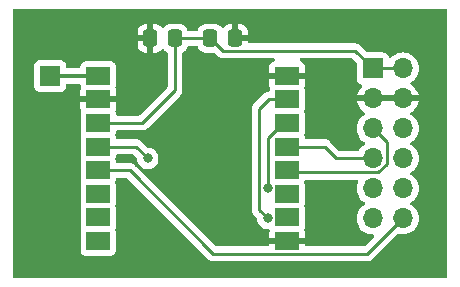
<source format=gbr>
%TF.GenerationSoftware,KiCad,Pcbnew,7.0.1*%
%TF.CreationDate,2023-03-26T17:20:59+02:00*%
%TF.ProjectId,RA01_ANT_PMOD,52413031-5f41-44e5-945f-504d4f442e6b,rev?*%
%TF.SameCoordinates,Original*%
%TF.FileFunction,Copper,L1,Top*%
%TF.FilePolarity,Positive*%
%FSLAX46Y46*%
G04 Gerber Fmt 4.6, Leading zero omitted, Abs format (unit mm)*
G04 Created by KiCad (PCBNEW 7.0.1) date 2023-03-26 17:20:59*
%MOMM*%
%LPD*%
G01*
G04 APERTURE LIST*
G04 Aperture macros list*
%AMRoundRect*
0 Rectangle with rounded corners*
0 $1 Rounding radius*
0 $2 $3 $4 $5 $6 $7 $8 $9 X,Y pos of 4 corners*
0 Add a 4 corners polygon primitive as box body*
4,1,4,$2,$3,$4,$5,$6,$7,$8,$9,$2,$3,0*
0 Add four circle primitives for the rounded corners*
1,1,$1+$1,$2,$3*
1,1,$1+$1,$4,$5*
1,1,$1+$1,$6,$7*
1,1,$1+$1,$8,$9*
0 Add four rect primitives between the rounded corners*
20,1,$1+$1,$2,$3,$4,$5,0*
20,1,$1+$1,$4,$5,$6,$7,0*
20,1,$1+$1,$6,$7,$8,$9,0*
20,1,$1+$1,$8,$9,$2,$3,0*%
G04 Aperture macros list end*
%TA.AperFunction,ComponentPad*%
%ADD10R,1.700000X1.700000*%
%TD*%
%TA.AperFunction,ComponentPad*%
%ADD11O,1.700000X1.700000*%
%TD*%
%TA.AperFunction,SMDPad,CuDef*%
%ADD12RoundRect,0.250000X0.337500X0.475000X-0.337500X0.475000X-0.337500X-0.475000X0.337500X-0.475000X0*%
%TD*%
%TA.AperFunction,SMDPad,CuDef*%
%ADD13R,2.000000X1.500000*%
%TD*%
%TA.AperFunction,SMDPad,CuDef*%
%ADD14RoundRect,0.250000X-0.337500X-0.475000X0.337500X-0.475000X0.337500X0.475000X-0.337500X0.475000X0*%
%TD*%
%TA.AperFunction,ViaPad*%
%ADD15C,0.800000*%
%TD*%
%TA.AperFunction,Conductor*%
%ADD16C,0.250000*%
%TD*%
%TA.AperFunction,Conductor*%
%ADD17C,0.350000*%
%TD*%
G04 APERTURE END LIST*
D10*
%TO.P,J1,1,Pin_1*%
%TO.N,VCC*%
X149860000Y-43180000D03*
D11*
%TO.P,J1,2,Pin_2*%
X152400000Y-43180000D03*
%TO.P,J1,3,Pin_3*%
%TO.N,GND*%
X149860000Y-45720000D03*
%TO.P,J1,4,Pin_4*%
X152400000Y-45720000D03*
%TO.P,J1,5,Pin_5*%
%TO.N,SCK*%
X149860000Y-48260000D03*
%TO.P,J1,6,Pin_6*%
%TO.N,unconnected-(J1-Pin_6-Pad6)*%
X152400000Y-48260000D03*
%TO.P,J1,7,Pin_7*%
%TO.N,MISO*%
X149860000Y-50800000D03*
%TO.P,J1,8,Pin_8*%
%TO.N,unconnected-(J1-Pin_8-Pad8)*%
X152400000Y-50800000D03*
%TO.P,J1,9,Pin_9*%
%TO.N,MOSI*%
X149860000Y-53340000D03*
%TO.P,J1,10,Pin_10*%
%TO.N,nRESET*%
X152400000Y-53340000D03*
%TO.P,J1,11,Pin_11*%
%TO.N,nCS*%
X149860000Y-55880000D03*
%TO.P,J1,12,Pin_12*%
%TO.N,DIO0*%
X152400000Y-55880000D03*
%TD*%
D12*
%TO.P,C1,1*%
%TO.N,VCC*%
X133117500Y-40640000D03*
%TO.P,C1,2*%
%TO.N,GND*%
X131042500Y-40640000D03*
%TD*%
D13*
%TO.P,U1,1,ANT*%
%TO.N,Net-(J2-Pin_1)*%
X126620000Y-43800000D03*
%TO.P,U1,2,GND*%
%TO.N,GND*%
X126620000Y-45800000D03*
%TO.P,U1,3,VDD*%
%TO.N,VCC*%
X126620000Y-47800000D03*
%TO.P,U1,4,~{RESET}*%
%TO.N,nRESET*%
X126620000Y-49800000D03*
%TO.P,U1,5,DIO0*%
%TO.N,DIO0*%
X126620000Y-51800000D03*
%TO.P,U1,6,DIO1*%
%TO.N,unconnected-(U1-DIO1-Pad6)*%
X126620000Y-53800000D03*
%TO.P,U1,7,DIO2*%
%TO.N,unconnected-(U1-DIO2-Pad7)*%
X126620000Y-55800000D03*
%TO.P,U1,8,DIO3*%
%TO.N,unconnected-(U1-DIO3-Pad8)*%
X126620000Y-57800000D03*
%TO.P,U1,9,GND*%
%TO.N,GND*%
X142620000Y-57800000D03*
%TO.P,U1,10,DIO4*%
%TO.N,unconnected-(U1-DIO4-Pad10)*%
X142620000Y-55800000D03*
%TO.P,U1,11,DIO5*%
%TO.N,unconnected-(U1-DIO5-Pad11)*%
X142620000Y-53800000D03*
%TO.P,U1,12,SCK*%
%TO.N,SCK*%
X142620000Y-51800000D03*
%TO.P,U1,13,MISO*%
%TO.N,MISO*%
X142620000Y-49800000D03*
%TO.P,U1,14,MOSI*%
%TO.N,MOSI*%
X142620000Y-47800000D03*
%TO.P,U1,15,~{NSS}*%
%TO.N,nCS*%
X142620000Y-45800000D03*
%TO.P,U1,16,GND*%
%TO.N,GND*%
X142620000Y-43800000D03*
%TD*%
D14*
%TO.P,C2,1*%
%TO.N,VCC*%
X136122500Y-40640000D03*
%TO.P,C2,2*%
%TO.N,GND*%
X138197500Y-40640000D03*
%TD*%
D10*
%TO.P,J2,1,Pin_1*%
%TO.N,Net-(J2-Pin_1)*%
X122555000Y-43815000D03*
%TD*%
D15*
%TO.N,nRESET*%
X130810000Y-50800000D03*
%TO.N,nCS*%
X140970000Y-55880000D03*
%TO.N,MOSI*%
X140970000Y-53340000D03*
%TD*%
D16*
%TO.N,DIO0*%
X149405000Y-58875000D02*
X136345000Y-58875000D01*
X152400000Y-55880000D02*
X149405000Y-58875000D01*
X136345000Y-58875000D02*
X129270000Y-51800000D01*
X129270000Y-51800000D02*
X126620000Y-51800000D01*
%TO.N,nRESET*%
X126620000Y-49800000D02*
X129810000Y-49800000D01*
X129810000Y-49800000D02*
X130810000Y-50800000D01*
%TO.N,nCS*%
X141050000Y-45800000D02*
X140245000Y-46605000D01*
X140970000Y-55880000D02*
X140245000Y-55155000D01*
X141050000Y-45800000D02*
X142620000Y-45800000D01*
X140245000Y-55155000D02*
X140245000Y-47715000D01*
X140245000Y-46605000D02*
X140245000Y-47715000D01*
%TO.N,SCK*%
X142620000Y-51800000D02*
X142795000Y-51975000D01*
X150346701Y-51975000D02*
X151035000Y-51286701D01*
X151035000Y-51286701D02*
X151035000Y-49435000D01*
X142795000Y-51975000D02*
X150346701Y-51975000D01*
X151035000Y-49435000D02*
X149860000Y-48260000D01*
%TO.N,MOSI*%
X140970000Y-49050000D02*
X142220000Y-47800000D01*
X140970000Y-53340000D02*
X140970000Y-49050000D01*
X142220000Y-47800000D02*
X142620000Y-47800000D01*
%TO.N,MISO*%
X145780000Y-49800000D02*
X142620000Y-49800000D01*
X149860000Y-50800000D02*
X147320000Y-50800000D01*
X146780000Y-50800000D02*
X147320000Y-50800000D01*
X145780000Y-49800000D02*
X146780000Y-50800000D01*
%TO.N,VCC*%
X137172500Y-41690000D02*
X142020000Y-41690000D01*
X152400000Y-43180000D02*
X149860000Y-43180000D01*
X133117500Y-40640000D02*
X133117500Y-45032500D01*
X133117500Y-40640000D02*
X136122500Y-40640000D01*
X148370000Y-41690000D02*
X142020000Y-41690000D01*
X136122500Y-40640000D02*
X137172500Y-41690000D01*
X149860000Y-43180000D02*
X148370000Y-41690000D01*
X126620000Y-47800000D02*
X130350000Y-47800000D01*
X130350000Y-47800000D02*
X132890000Y-45260000D01*
X126620000Y-47800000D02*
X126870000Y-47800000D01*
X133350000Y-40872500D02*
X133117500Y-40640000D01*
X133117500Y-45032500D02*
X132890000Y-45260000D01*
%TO.N,Net-(J2-Pin_1)*%
X122570000Y-43800000D02*
X122555000Y-43815000D01*
D17*
X126620000Y-43800000D02*
X122570000Y-43800000D01*
%TD*%
%TA.AperFunction,Conductor*%
%TO.N,GND*%
G36*
X156121500Y-38142381D02*
G01*
X156167619Y-38188500D01*
X156184500Y-38251500D01*
X156184500Y-60808500D01*
X156167619Y-60871500D01*
X156121500Y-60917619D01*
X156058500Y-60934500D01*
X119531500Y-60934500D01*
X119468500Y-60917619D01*
X119422381Y-60871500D01*
X119405500Y-60808500D01*
X119405500Y-46598589D01*
X125112000Y-46598589D01*
X125118505Y-46659093D01*
X125158639Y-46766699D01*
X125166583Y-46810731D01*
X125158639Y-46854762D01*
X125125909Y-46942515D01*
X125119500Y-47002127D01*
X125119500Y-48597874D01*
X125125908Y-48657481D01*
X125162641Y-48755968D01*
X125170585Y-48800000D01*
X125162641Y-48844031D01*
X125125909Y-48942515D01*
X125119500Y-49002127D01*
X125119500Y-50597874D01*
X125125908Y-50657481D01*
X125162641Y-50755968D01*
X125170585Y-50800000D01*
X125162641Y-50844031D01*
X125125909Y-50942515D01*
X125119500Y-51002127D01*
X125119500Y-52597874D01*
X125125908Y-52657481D01*
X125162641Y-52755967D01*
X125170585Y-52799998D01*
X125162641Y-52844030D01*
X125125909Y-52942515D01*
X125119500Y-53002127D01*
X125119500Y-54597874D01*
X125125908Y-54657481D01*
X125162641Y-54755968D01*
X125170585Y-54800000D01*
X125162641Y-54844031D01*
X125125909Y-54942515D01*
X125119500Y-55002127D01*
X125119500Y-56597874D01*
X125125908Y-56657481D01*
X125162641Y-56755968D01*
X125170585Y-56800000D01*
X125162641Y-56844031D01*
X125125909Y-56942515D01*
X125119500Y-57002127D01*
X125119500Y-58597874D01*
X125125908Y-58657481D01*
X125176204Y-58792331D01*
X125262453Y-58907546D01*
X125348703Y-58972112D01*
X125377669Y-58993796D01*
X125512517Y-59044091D01*
X125572127Y-59050500D01*
X127667872Y-59050499D01*
X127667874Y-59050499D01*
X127697677Y-59047294D01*
X127727483Y-59044091D01*
X127862331Y-58993796D01*
X127977546Y-58907546D01*
X128063796Y-58792331D01*
X128114091Y-58657483D01*
X128120500Y-58597873D01*
X128120499Y-57002128D01*
X128119603Y-56993796D01*
X128114091Y-56942518D01*
X128107621Y-56925172D01*
X128077357Y-56844030D01*
X128069414Y-56799999D01*
X128077357Y-56755971D01*
X128114091Y-56657483D01*
X128120500Y-56597873D01*
X128120499Y-55002128D01*
X128114091Y-54942517D01*
X128077357Y-54844030D01*
X128069414Y-54799999D01*
X128077357Y-54755971D01*
X128114091Y-54657483D01*
X128120500Y-54597873D01*
X128120499Y-53002128D01*
X128114091Y-52942517D01*
X128077357Y-52844030D01*
X128069414Y-52799999D01*
X128077357Y-52755971D01*
X128114091Y-52657483D01*
X128120500Y-52597873D01*
X128120500Y-52551500D01*
X128137381Y-52488500D01*
X128183500Y-52442381D01*
X128246500Y-52425500D01*
X128958720Y-52425500D01*
X129006938Y-52435091D01*
X129047814Y-52462404D01*
X132446524Y-55861115D01*
X135844039Y-59258630D01*
X135856972Y-59274771D01*
X135859213Y-59276875D01*
X135859214Y-59276877D01*
X135875561Y-59292228D01*
X135908206Y-59322884D01*
X135911017Y-59325608D01*
X135930528Y-59345119D01*
X135930529Y-59345120D01*
X135933628Y-59347524D01*
X135942650Y-59355230D01*
X135974418Y-59385062D01*
X135991832Y-59394635D01*
X136008355Y-59405488D01*
X136024064Y-59417673D01*
X136064066Y-59434983D01*
X136074711Y-59440198D01*
X136080721Y-59443502D01*
X136112909Y-59461198D01*
X136132148Y-59466137D01*
X136150861Y-59472544D01*
X136169101Y-59480437D01*
X136169102Y-59480437D01*
X136169104Y-59480438D01*
X136212155Y-59487256D01*
X136223766Y-59489661D01*
X136265981Y-59500500D01*
X136285856Y-59500500D01*
X136305564Y-59502050D01*
X136325196Y-59505160D01*
X136368579Y-59501058D01*
X136380437Y-59500500D01*
X149322035Y-59500500D01*
X149342592Y-59502769D01*
X149345664Y-59502672D01*
X149345667Y-59502673D01*
X149412841Y-59500561D01*
X149416799Y-59500500D01*
X149444346Y-59500500D01*
X149444350Y-59500500D01*
X149448241Y-59500008D01*
X149460068Y-59499077D01*
X149503627Y-59497709D01*
X149522715Y-59492162D01*
X149542074Y-59488154D01*
X149561792Y-59485664D01*
X149602316Y-59469618D01*
X149613524Y-59465780D01*
X149655390Y-59453618D01*
X149672493Y-59443502D01*
X149690254Y-59434802D01*
X149708729Y-59427487D01*
X149708728Y-59427487D01*
X149708732Y-59427486D01*
X149744001Y-59401860D01*
X149753889Y-59395365D01*
X149791420Y-59373170D01*
X149805469Y-59359120D01*
X149820509Y-59346275D01*
X149825752Y-59342465D01*
X149836587Y-59334594D01*
X149864380Y-59300996D01*
X149872349Y-59292239D01*
X151943537Y-57221051D01*
X152000019Y-57188441D01*
X152065242Y-57188442D01*
X152164587Y-57215062D01*
X152164588Y-57215062D01*
X152164592Y-57215063D01*
X152400000Y-57235659D01*
X152635408Y-57215063D01*
X152863663Y-57153903D01*
X153077830Y-57054035D01*
X153271401Y-56918495D01*
X153438495Y-56751401D01*
X153574035Y-56557830D01*
X153673903Y-56343663D01*
X153735063Y-56115408D01*
X153755659Y-55880000D01*
X153735063Y-55644592D01*
X153673903Y-55416337D01*
X153574035Y-55202171D01*
X153438495Y-55008599D01*
X153438494Y-55008598D01*
X153438492Y-55008595D01*
X153271404Y-54841507D01*
X153088181Y-54713212D01*
X153048688Y-54668179D01*
X153034452Y-54609999D01*
X153048689Y-54551818D01*
X153088180Y-54506787D01*
X153271401Y-54378495D01*
X153438495Y-54211401D01*
X153574035Y-54017830D01*
X153673903Y-53803663D01*
X153735063Y-53575408D01*
X153755659Y-53340000D01*
X153735063Y-53104592D01*
X153673903Y-52876337D01*
X153574035Y-52662171D01*
X153438495Y-52468599D01*
X153438494Y-52468598D01*
X153438492Y-52468595D01*
X153271404Y-52301507D01*
X153088181Y-52173213D01*
X153048689Y-52128180D01*
X153034452Y-52070000D01*
X153048689Y-52011820D01*
X153088181Y-51966787D01*
X153271401Y-51838495D01*
X153438495Y-51671401D01*
X153574035Y-51477830D01*
X153673903Y-51263663D01*
X153735063Y-51035408D01*
X153755659Y-50800000D01*
X153735063Y-50564592D01*
X153673903Y-50336337D01*
X153574035Y-50122171D01*
X153438495Y-49928599D01*
X153438494Y-49928598D01*
X153438492Y-49928595D01*
X153271404Y-49761507D01*
X153088181Y-49633213D01*
X153048689Y-49588180D01*
X153034452Y-49530000D01*
X153048689Y-49471820D01*
X153088181Y-49426787D01*
X153271401Y-49298495D01*
X153438495Y-49131401D01*
X153574035Y-48937830D01*
X153673903Y-48723663D01*
X153735063Y-48495408D01*
X153755659Y-48260000D01*
X153735063Y-48024592D01*
X153673903Y-47796337D01*
X153574035Y-47582171D01*
X153438495Y-47388599D01*
X153438494Y-47388598D01*
X153438492Y-47388595D01*
X153271404Y-47221507D01*
X153092882Y-47096504D01*
X153051765Y-47048239D01*
X153039361Y-46986060D01*
X153058809Y-46925712D01*
X153105185Y-46882477D01*
X153145298Y-46860769D01*
X153322903Y-46722533D01*
X153475321Y-46556962D01*
X153598419Y-46368548D01*
X153688822Y-46162451D01*
X153736544Y-45974000D01*
X148523455Y-45974000D01*
X148571177Y-46162451D01*
X148661580Y-46368548D01*
X148784678Y-46556962D01*
X148937096Y-46722533D01*
X149114701Y-46860769D01*
X149154815Y-46882477D01*
X149201191Y-46925712D01*
X149220639Y-46986060D01*
X149208235Y-47048239D01*
X149167118Y-47096504D01*
X148988595Y-47221507D01*
X148821507Y-47388595D01*
X148685965Y-47582170D01*
X148586096Y-47796337D01*
X148524937Y-48024590D01*
X148504376Y-48259595D01*
X148504341Y-48260000D01*
X148507680Y-48298168D01*
X148524937Y-48495409D01*
X148586096Y-48723663D01*
X148685965Y-48937830D01*
X148821507Y-49131404D01*
X148988595Y-49298492D01*
X148988598Y-49298494D01*
X148988599Y-49298495D01*
X149171819Y-49426787D01*
X149211311Y-49471820D01*
X149225548Y-49530000D01*
X149211311Y-49588180D01*
X149171819Y-49633213D01*
X148988595Y-49761507D01*
X148821507Y-49928595D01*
X148686945Y-50120771D01*
X148641912Y-50160263D01*
X148583732Y-50174500D01*
X147399019Y-50174500D01*
X147091281Y-50174500D01*
X147043063Y-50164909D01*
X147002185Y-50137595D01*
X146280957Y-49416366D01*
X146268029Y-49400229D01*
X146216775Y-49352097D01*
X146213934Y-49349343D01*
X146194471Y-49329880D01*
X146191371Y-49327475D01*
X146182353Y-49319773D01*
X146159694Y-49298495D01*
X146150582Y-49289938D01*
X146147788Y-49288402D01*
X146133157Y-49280358D01*
X146116633Y-49269503D01*
X146100934Y-49257325D01*
X146060931Y-49240014D01*
X146050285Y-49234799D01*
X146012092Y-49213803D01*
X146012089Y-49213802D01*
X145992846Y-49208861D01*
X145974144Y-49202458D01*
X145955896Y-49194561D01*
X145912855Y-49187744D01*
X145901236Y-49185338D01*
X145859021Y-49174500D01*
X145859019Y-49174500D01*
X145839144Y-49174500D01*
X145819435Y-49172949D01*
X145799804Y-49169840D01*
X145799803Y-49169840D01*
X145756421Y-49173941D01*
X145744563Y-49174500D01*
X144246499Y-49174500D01*
X144183499Y-49157619D01*
X144137380Y-49111500D01*
X144120499Y-49048500D01*
X144120499Y-49002125D01*
X144114091Y-48942518D01*
X144077358Y-48844031D01*
X144069414Y-48799999D01*
X144077357Y-48755971D01*
X144114091Y-48657483D01*
X144120500Y-48597873D01*
X144120499Y-47002128D01*
X144114091Y-46942517D01*
X144077357Y-46844028D01*
X144069414Y-46800000D01*
X144077357Y-46755970D01*
X144114091Y-46657483D01*
X144120500Y-46597873D01*
X144120499Y-45002128D01*
X144119603Y-44993796D01*
X144114091Y-44942518D01*
X144101047Y-44907546D01*
X144081359Y-44854760D01*
X144073416Y-44810729D01*
X144081361Y-44766696D01*
X144121494Y-44659095D01*
X144128000Y-44598589D01*
X144128000Y-44054000D01*
X141112000Y-44054000D01*
X141112000Y-44598589D01*
X141118505Y-44659093D01*
X141158639Y-44766699D01*
X141166583Y-44810731D01*
X141158639Y-44854762D01*
X141125909Y-44942515D01*
X141125908Y-44942517D01*
X141125909Y-44942517D01*
X141120045Y-44997063D01*
X141119500Y-45002128D01*
X141119500Y-45049665D01*
X141105160Y-45108044D01*
X141065404Y-45153134D01*
X141009281Y-45174672D01*
X141006760Y-45174991D01*
X140994941Y-45175921D01*
X140951370Y-45177290D01*
X140932287Y-45182835D01*
X140912927Y-45186844D01*
X140893207Y-45189335D01*
X140852674Y-45205382D01*
X140841450Y-45209225D01*
X140799608Y-45221382D01*
X140782495Y-45231502D01*
X140764753Y-45240194D01*
X140746267Y-45247514D01*
X140711014Y-45273126D01*
X140701099Y-45279639D01*
X140663580Y-45301829D01*
X140649519Y-45315889D01*
X140634494Y-45328721D01*
X140618414Y-45340404D01*
X140590634Y-45373984D01*
X140582646Y-45382762D01*
X139861363Y-46104044D01*
X139845227Y-46116972D01*
X139797127Y-46168192D01*
X139794378Y-46171029D01*
X139774878Y-46190530D01*
X139772466Y-46193639D01*
X139764773Y-46202645D01*
X139734937Y-46234418D01*
X139725358Y-46251842D01*
X139714508Y-46268359D01*
X139702327Y-46284063D01*
X139685018Y-46324060D01*
X139679798Y-46334715D01*
X139658803Y-46372906D01*
X139653860Y-46392158D01*
X139647457Y-46410858D01*
X139639562Y-46429103D01*
X139632743Y-46472149D01*
X139630338Y-46483765D01*
X139619500Y-46525982D01*
X139619500Y-46545856D01*
X139617949Y-46565567D01*
X139614840Y-46585196D01*
X139618941Y-46628579D01*
X139619500Y-46640437D01*
X139619500Y-55072035D01*
X139617230Y-55092592D01*
X139619438Y-55162841D01*
X139619500Y-55166799D01*
X139619500Y-55194348D01*
X139619991Y-55198237D01*
X139620921Y-55210060D01*
X139622290Y-55253626D01*
X139627835Y-55272711D01*
X139631843Y-55292068D01*
X139634334Y-55311790D01*
X139650377Y-55352309D01*
X139654221Y-55363536D01*
X139666382Y-55405391D01*
X139676499Y-55422499D01*
X139685194Y-55440246D01*
X139692514Y-55458732D01*
X139718129Y-55493989D01*
X139724645Y-55503908D01*
X139746831Y-55541422D01*
X139760879Y-55555470D01*
X139773719Y-55570503D01*
X139785403Y-55586585D01*
X139818981Y-55614362D01*
X139827763Y-55622353D01*
X140030538Y-55825129D01*
X140055168Y-55859980D01*
X140066752Y-55901053D01*
X140084325Y-56068257D01*
X140142820Y-56248283D01*
X140237465Y-56412214D01*
X140237467Y-56412216D01*
X140364129Y-56552888D01*
X140517270Y-56664151D01*
X140517271Y-56664151D01*
X140517272Y-56664152D01*
X140690192Y-56741142D01*
X140690197Y-56741144D01*
X140875354Y-56780500D01*
X140875356Y-56780500D01*
X140996859Y-56780500D01*
X141055260Y-56794852D01*
X141100357Y-56834637D01*
X141121876Y-56890793D01*
X141117899Y-56924924D01*
X141120197Y-56925172D01*
X141112000Y-57001411D01*
X141112000Y-57546000D01*
X144128000Y-57546000D01*
X144128000Y-57001411D01*
X144121494Y-56940906D01*
X144081360Y-56833301D01*
X144073416Y-56789269D01*
X144081359Y-56745241D01*
X144114091Y-56657483D01*
X144120500Y-56597873D01*
X144120499Y-55002128D01*
X144114091Y-54942517D01*
X144077357Y-54844030D01*
X144069414Y-54799999D01*
X144077357Y-54755971D01*
X144114091Y-54657483D01*
X144120500Y-54597873D01*
X144120499Y-53002128D01*
X144114091Y-52942517D01*
X144077357Y-52844030D01*
X144069414Y-52799999D01*
X144077356Y-52755972D01*
X144104773Y-52682464D01*
X144131638Y-52639550D01*
X144173228Y-52610673D01*
X144222828Y-52600500D01*
X148516942Y-52600500D01*
X148577547Y-52616033D01*
X148623210Y-52658801D01*
X148642672Y-52718260D01*
X148631136Y-52779751D01*
X148586097Y-52876334D01*
X148524937Y-53104590D01*
X148504341Y-53339999D01*
X148524937Y-53575409D01*
X148586096Y-53803663D01*
X148685965Y-54017830D01*
X148821507Y-54211404D01*
X148988595Y-54378492D01*
X148988598Y-54378494D01*
X148988599Y-54378495D01*
X149171819Y-54506787D01*
X149211311Y-54551820D01*
X149225548Y-54610000D01*
X149211311Y-54668180D01*
X149171819Y-54713213D01*
X148988595Y-54841507D01*
X148821507Y-55008595D01*
X148685965Y-55202170D01*
X148586096Y-55416337D01*
X148524937Y-55644590D01*
X148504341Y-55880000D01*
X148524937Y-56115409D01*
X148586096Y-56343663D01*
X148685965Y-56557830D01*
X148821507Y-56751404D01*
X148988595Y-56918492D01*
X148988598Y-56918494D01*
X148988599Y-56918495D01*
X149182170Y-57054035D01*
X149296468Y-57107333D01*
X149396336Y-57153903D01*
X149454972Y-57169614D01*
X149624592Y-57215063D01*
X149860000Y-57235659D01*
X149860004Y-57235658D01*
X149866456Y-57236223D01*
X149932178Y-57261781D01*
X149973875Y-57318649D01*
X149978487Y-57389015D01*
X149944570Y-57450837D01*
X149182811Y-58212597D01*
X149141937Y-58239909D01*
X149093719Y-58249500D01*
X144254000Y-58249500D01*
X144191000Y-58232619D01*
X144144881Y-58186500D01*
X144128000Y-58123500D01*
X144128000Y-58054000D01*
X141112000Y-58054000D01*
X141112000Y-58123500D01*
X141095119Y-58186500D01*
X141049000Y-58232619D01*
X140986000Y-58249500D01*
X136656280Y-58249500D01*
X136608062Y-58239909D01*
X136567185Y-58212595D01*
X129770960Y-51416369D01*
X129758029Y-51400229D01*
X129706775Y-51352097D01*
X129703934Y-51349343D01*
X129684471Y-51329880D01*
X129681371Y-51327475D01*
X129672353Y-51319773D01*
X129662012Y-51310062D01*
X129640582Y-51289938D01*
X129637788Y-51288402D01*
X129623157Y-51280358D01*
X129606633Y-51269503D01*
X129590934Y-51257325D01*
X129550931Y-51240014D01*
X129540285Y-51234799D01*
X129502092Y-51213803D01*
X129502089Y-51213802D01*
X129482846Y-51208861D01*
X129464144Y-51202458D01*
X129445896Y-51194561D01*
X129402855Y-51187744D01*
X129391236Y-51185338D01*
X129349021Y-51174500D01*
X129349019Y-51174500D01*
X129329144Y-51174500D01*
X129309435Y-51172949D01*
X129289804Y-51169840D01*
X129289803Y-51169840D01*
X129246421Y-51173941D01*
X129234563Y-51174500D01*
X128246499Y-51174500D01*
X128183499Y-51157619D01*
X128137380Y-51111500D01*
X128120499Y-51048500D01*
X128120499Y-51002125D01*
X128114091Y-50942518D01*
X128077358Y-50844031D01*
X128069414Y-50799999D01*
X128077357Y-50755971D01*
X128114091Y-50657483D01*
X128120500Y-50597873D01*
X128120500Y-50551500D01*
X128137381Y-50488500D01*
X128183500Y-50442381D01*
X128246500Y-50425500D01*
X129498720Y-50425500D01*
X129546938Y-50435091D01*
X129587815Y-50462405D01*
X129870537Y-50745127D01*
X129895168Y-50779978D01*
X129906752Y-50821052D01*
X129924325Y-50988257D01*
X129982820Y-51168283D01*
X130077465Y-51332214D01*
X130094176Y-51350773D01*
X130204129Y-51472888D01*
X130357270Y-51584151D01*
X130357271Y-51584151D01*
X130357272Y-51584152D01*
X130530192Y-51661142D01*
X130530197Y-51661144D01*
X130715354Y-51700500D01*
X130904644Y-51700500D01*
X130904646Y-51700500D01*
X131089803Y-51661144D01*
X131262730Y-51584151D01*
X131415871Y-51472888D01*
X131542533Y-51332216D01*
X131637179Y-51168284D01*
X131666426Y-51078270D01*
X131695674Y-50988257D01*
X131715460Y-50799999D01*
X131695674Y-50611742D01*
X131637179Y-50431716D01*
X131542534Y-50267785D01*
X131415870Y-50127111D01*
X131262727Y-50015847D01*
X131089807Y-49938857D01*
X131089803Y-49938856D01*
X130904646Y-49899500D01*
X130904644Y-49899500D01*
X130846281Y-49899500D01*
X130798063Y-49889909D01*
X130757185Y-49862595D01*
X130310957Y-49416366D01*
X130298029Y-49400229D01*
X130246775Y-49352097D01*
X130243934Y-49349343D01*
X130224471Y-49329880D01*
X130221371Y-49327475D01*
X130212353Y-49319773D01*
X130189694Y-49298495D01*
X130180582Y-49289938D01*
X130177788Y-49288402D01*
X130163157Y-49280358D01*
X130146633Y-49269503D01*
X130130934Y-49257325D01*
X130090931Y-49240014D01*
X130080285Y-49234799D01*
X130042092Y-49213803D01*
X130042089Y-49213802D01*
X130022846Y-49208861D01*
X130004144Y-49202458D01*
X129985896Y-49194561D01*
X129942855Y-49187744D01*
X129931236Y-49185338D01*
X129889021Y-49174500D01*
X129889019Y-49174500D01*
X129869144Y-49174500D01*
X129849435Y-49172949D01*
X129829804Y-49169840D01*
X129829803Y-49169840D01*
X129786421Y-49173941D01*
X129774563Y-49174500D01*
X128246499Y-49174500D01*
X128183499Y-49157619D01*
X128137380Y-49111500D01*
X128120499Y-49048500D01*
X128120499Y-49002125D01*
X128114091Y-48942518D01*
X128077358Y-48844031D01*
X128069414Y-48799999D01*
X128077357Y-48755971D01*
X128114091Y-48657483D01*
X128120500Y-48597873D01*
X128120500Y-48551500D01*
X128137381Y-48488500D01*
X128183500Y-48442381D01*
X128246500Y-48425500D01*
X130267035Y-48425500D01*
X130287592Y-48427769D01*
X130290664Y-48427672D01*
X130290667Y-48427673D01*
X130357841Y-48425561D01*
X130361799Y-48425500D01*
X130389346Y-48425500D01*
X130389350Y-48425500D01*
X130393241Y-48425008D01*
X130405068Y-48424077D01*
X130448627Y-48422709D01*
X130467715Y-48417162D01*
X130487074Y-48413154D01*
X130506792Y-48410664D01*
X130547316Y-48394618D01*
X130558524Y-48390780D01*
X130600390Y-48378618D01*
X130617493Y-48368502D01*
X130635254Y-48359802D01*
X130653729Y-48352487D01*
X130653728Y-48352487D01*
X130653732Y-48352486D01*
X130689001Y-48326860D01*
X130698889Y-48320365D01*
X130736420Y-48298170D01*
X130750469Y-48284120D01*
X130765509Y-48271275D01*
X130781028Y-48260000D01*
X130781587Y-48259594D01*
X130809380Y-48225996D01*
X130817339Y-48217249D01*
X133360120Y-45674471D01*
X133360121Y-45674468D01*
X133371085Y-45663505D01*
X133371089Y-45663500D01*
X133501130Y-45533458D01*
X133517269Y-45520529D01*
X133519372Y-45518288D01*
X133519377Y-45518286D01*
X133565418Y-45469256D01*
X133568109Y-45466479D01*
X133587620Y-45446970D01*
X133590015Y-45443882D01*
X133597722Y-45434856D01*
X133627562Y-45403082D01*
X133637141Y-45385656D01*
X133647986Y-45369147D01*
X133660174Y-45353436D01*
X133677490Y-45313416D01*
X133682695Y-45302791D01*
X133703697Y-45264592D01*
X133708639Y-45245340D01*
X133715044Y-45226636D01*
X133722938Y-45208395D01*
X133729754Y-45165352D01*
X133732158Y-45153738D01*
X133743000Y-45111519D01*
X133743000Y-45091644D01*
X133744551Y-45071933D01*
X133747660Y-45052304D01*
X133743558Y-45008920D01*
X133743000Y-44997063D01*
X133743000Y-41889464D01*
X133758976Y-41828058D01*
X133802851Y-41782224D01*
X133923656Y-41707712D01*
X134047712Y-41583656D01*
X134139814Y-41434334D01*
X134167140Y-41351867D01*
X134193437Y-41306827D01*
X134235720Y-41276294D01*
X134286745Y-41265500D01*
X134953255Y-41265500D01*
X135004280Y-41276294D01*
X135046563Y-41306827D01*
X135072859Y-41351867D01*
X135100184Y-41434331D01*
X135100186Y-41434334D01*
X135192288Y-41583656D01*
X135316344Y-41707712D01*
X135465666Y-41799814D01*
X135465668Y-41799815D01*
X135632198Y-41854998D01*
X135632200Y-41854998D01*
X135632203Y-41854999D01*
X135734991Y-41865500D01*
X136411218Y-41865499D01*
X136459436Y-41875090D01*
X136500313Y-41902404D01*
X136671539Y-42073630D01*
X136684472Y-42089771D01*
X136686713Y-42091875D01*
X136686714Y-42091877D01*
X136735706Y-42137884D01*
X136738517Y-42140608D01*
X136758028Y-42160119D01*
X136758029Y-42160120D01*
X136761128Y-42162524D01*
X136770150Y-42170230D01*
X136801918Y-42200062D01*
X136819333Y-42209636D01*
X136835860Y-42220492D01*
X136851564Y-42232673D01*
X136891557Y-42249979D01*
X136902208Y-42255196D01*
X136940408Y-42276197D01*
X136959672Y-42281143D01*
X136978353Y-42287539D01*
X136996604Y-42295437D01*
X137039655Y-42302255D01*
X137051247Y-42304655D01*
X137093481Y-42315500D01*
X137113356Y-42315500D01*
X137133066Y-42317050D01*
X137152696Y-42320160D01*
X137196079Y-42316058D01*
X137207937Y-42315500D01*
X141437246Y-42315500D01*
X141503846Y-42334540D01*
X141550318Y-42385906D01*
X141562617Y-42454074D01*
X141537025Y-42518442D01*
X141481278Y-42559556D01*
X141374037Y-42599554D01*
X141257095Y-42687095D01*
X141169554Y-42804037D01*
X141118505Y-42940906D01*
X141112000Y-43001411D01*
X141112000Y-43546000D01*
X144128000Y-43546000D01*
X144128000Y-43001411D01*
X144121494Y-42940906D01*
X144070445Y-42804037D01*
X143982904Y-42687095D01*
X143865962Y-42599554D01*
X143758722Y-42559556D01*
X143702975Y-42518442D01*
X143677383Y-42454074D01*
X143689682Y-42385906D01*
X143736154Y-42334540D01*
X143802754Y-42315500D01*
X148058720Y-42315500D01*
X148106938Y-42325091D01*
X148147815Y-42352405D01*
X148472595Y-42677185D01*
X148499909Y-42718062D01*
X148509500Y-42766280D01*
X148509500Y-44077874D01*
X148515908Y-44137481D01*
X148566204Y-44272331D01*
X148652453Y-44387546D01*
X148738702Y-44452112D01*
X148767669Y-44473796D01*
X148885164Y-44517618D01*
X148935497Y-44552181D01*
X148963671Y-44606351D01*
X148963070Y-44667407D01*
X148933833Y-44721011D01*
X148784676Y-44883040D01*
X148661580Y-45071451D01*
X148571177Y-45277548D01*
X148523455Y-45465999D01*
X148523456Y-45466000D01*
X153736544Y-45466000D01*
X153736544Y-45465999D01*
X153688822Y-45277548D01*
X153598419Y-45071451D01*
X153475321Y-44883037D01*
X153322903Y-44717466D01*
X153145302Y-44579233D01*
X153105183Y-44557522D01*
X153058808Y-44514285D01*
X153039361Y-44453938D01*
X153051766Y-44391759D01*
X153092881Y-44343496D01*
X153271401Y-44218495D01*
X153438495Y-44051401D01*
X153574035Y-43857830D01*
X153673903Y-43643663D01*
X153735063Y-43415408D01*
X153755659Y-43180000D01*
X153735063Y-42944592D01*
X153673903Y-42716337D01*
X153574035Y-42502171D01*
X153438495Y-42308599D01*
X153438494Y-42308598D01*
X153438492Y-42308595D01*
X153271404Y-42141507D01*
X153077830Y-42005965D01*
X152863663Y-41906096D01*
X152635409Y-41844937D01*
X152458966Y-41829500D01*
X152400000Y-41824341D01*
X152399999Y-41824341D01*
X152164590Y-41844937D01*
X151936337Y-41906096D01*
X151722170Y-42005965D01*
X151528598Y-42141505D01*
X151408873Y-42261230D01*
X151355276Y-42293030D01*
X151292994Y-42295254D01*
X151237265Y-42267358D01*
X151201722Y-42216166D01*
X151201069Y-42214414D01*
X151153796Y-42087669D01*
X151132112Y-42058703D01*
X151067546Y-41972453D01*
X150952331Y-41886204D01*
X150916929Y-41873000D01*
X150817483Y-41835909D01*
X150757873Y-41829500D01*
X150757872Y-41829500D01*
X149446281Y-41829500D01*
X149398063Y-41819909D01*
X149357186Y-41792595D01*
X148870960Y-41306369D01*
X148858029Y-41290229D01*
X148806775Y-41242097D01*
X148803934Y-41239343D01*
X148784471Y-41219880D01*
X148781371Y-41217475D01*
X148772353Y-41209773D01*
X148740582Y-41179938D01*
X148737788Y-41178402D01*
X148723157Y-41170358D01*
X148706633Y-41159503D01*
X148690934Y-41147325D01*
X148650931Y-41130014D01*
X148640285Y-41124799D01*
X148602092Y-41103803D01*
X148602089Y-41103802D01*
X148582846Y-41098861D01*
X148564144Y-41092458D01*
X148545896Y-41084561D01*
X148502855Y-41077744D01*
X148491236Y-41075338D01*
X148449021Y-41064500D01*
X148449019Y-41064500D01*
X148429144Y-41064500D01*
X148409435Y-41062949D01*
X148389804Y-41059840D01*
X148389803Y-41059840D01*
X148346421Y-41063941D01*
X148334563Y-41064500D01*
X142099019Y-41064500D01*
X139419000Y-41064500D01*
X139356000Y-41047619D01*
X139309881Y-41001500D01*
X139293000Y-40938500D01*
X139293000Y-40894000D01*
X138069500Y-40894000D01*
X138006500Y-40877119D01*
X137960381Y-40831000D01*
X137943500Y-40768000D01*
X137943500Y-39407000D01*
X138451500Y-39407000D01*
X138451500Y-40386000D01*
X139293000Y-40386000D01*
X139293000Y-40114497D01*
X139282393Y-40010671D01*
X139226659Y-39842477D01*
X139133632Y-39691657D01*
X139008342Y-39566367D01*
X138857522Y-39473340D01*
X138689328Y-39417606D01*
X138585503Y-39407000D01*
X138451500Y-39407000D01*
X137943500Y-39407000D01*
X137809497Y-39407000D01*
X137705671Y-39417606D01*
X137537477Y-39473340D01*
X137386657Y-39566367D01*
X137250951Y-39702074D01*
X137250225Y-39701348D01*
X137216990Y-39733160D01*
X137155582Y-39749131D01*
X137094177Y-39733149D01*
X137064831Y-39705052D01*
X137063126Y-39706758D01*
X136928658Y-39572290D01*
X136928656Y-39572288D01*
X136779334Y-39480186D01*
X136779331Y-39480184D01*
X136612801Y-39425001D01*
X136567113Y-39420333D01*
X136510009Y-39414500D01*
X136510004Y-39414500D01*
X135734995Y-39414500D01*
X135632199Y-39425001D01*
X135465668Y-39480184D01*
X135316341Y-39572290D01*
X135192290Y-39696341D01*
X135100184Y-39845668D01*
X135072859Y-39928133D01*
X135046563Y-39973173D01*
X135004280Y-40003706D01*
X134953255Y-40014500D01*
X134286745Y-40014500D01*
X134235720Y-40003706D01*
X134193437Y-39973173D01*
X134167141Y-39928133D01*
X134139815Y-39845668D01*
X134137847Y-39842477D01*
X134047712Y-39696344D01*
X133923656Y-39572288D01*
X133774334Y-39480186D01*
X133774331Y-39480184D01*
X133607801Y-39425001D01*
X133562113Y-39420333D01*
X133505009Y-39414500D01*
X133505004Y-39414500D01*
X132729995Y-39414500D01*
X132627199Y-39425001D01*
X132460668Y-39480184D01*
X132311341Y-39572290D01*
X132176874Y-39706758D01*
X132175168Y-39705052D01*
X132145809Y-39733157D01*
X132084404Y-39749131D01*
X132023000Y-39733155D01*
X131989774Y-39701348D01*
X131989049Y-39702074D01*
X131853342Y-39566367D01*
X131702522Y-39473340D01*
X131534328Y-39417606D01*
X131430503Y-39407000D01*
X131296500Y-39407000D01*
X131296500Y-41873000D01*
X131430503Y-41873000D01*
X131534328Y-41862393D01*
X131702522Y-41806659D01*
X131853342Y-41713632D01*
X131989049Y-41577926D01*
X131989774Y-41578651D01*
X132022998Y-41546845D01*
X132084407Y-41530868D01*
X132145815Y-41546846D01*
X132175168Y-41574947D01*
X132176874Y-41573242D01*
X132187287Y-41583655D01*
X132187288Y-41583656D01*
X132311344Y-41707712D01*
X132432148Y-41782224D01*
X132476024Y-41828058D01*
X132492000Y-41889464D01*
X132492000Y-44721219D01*
X132482409Y-44769437D01*
X132455095Y-44810314D01*
X130127814Y-47137595D01*
X130086937Y-47164909D01*
X130038719Y-47174500D01*
X128246499Y-47174500D01*
X128183499Y-47157619D01*
X128137380Y-47111500D01*
X128120499Y-47048500D01*
X128120499Y-47002125D01*
X128114091Y-46942518D01*
X128091697Y-46882477D01*
X128081359Y-46854760D01*
X128073416Y-46810729D01*
X128081361Y-46766696D01*
X128121494Y-46659095D01*
X128128000Y-46598589D01*
X128128000Y-46054000D01*
X125112000Y-46054000D01*
X125112000Y-46598589D01*
X119405500Y-46598589D01*
X119405500Y-44712874D01*
X121204500Y-44712874D01*
X121210908Y-44772481D01*
X121261204Y-44907331D01*
X121347453Y-45022546D01*
X121433702Y-45087112D01*
X121462669Y-45108796D01*
X121597517Y-45159091D01*
X121657127Y-45165500D01*
X123452872Y-45165499D01*
X123452874Y-45165499D01*
X123482677Y-45162294D01*
X123512483Y-45159091D01*
X123647331Y-45108796D01*
X123762546Y-45022546D01*
X123848796Y-44907331D01*
X123899091Y-44772483D01*
X123905500Y-44712873D01*
X123905500Y-44601500D01*
X123922381Y-44538500D01*
X123968500Y-44492381D01*
X124031500Y-44475500D01*
X124993501Y-44475500D01*
X125056501Y-44492381D01*
X125102620Y-44538500D01*
X125116787Y-44591372D01*
X125118779Y-44591158D01*
X125125908Y-44657481D01*
X125158639Y-44745237D01*
X125166583Y-44789269D01*
X125158639Y-44833301D01*
X125118505Y-44940906D01*
X125112000Y-45001411D01*
X125112000Y-45546000D01*
X128128000Y-45546000D01*
X128128000Y-45001411D01*
X128121494Y-44940906D01*
X128081360Y-44833301D01*
X128073416Y-44789269D01*
X128081359Y-44745241D01*
X128114091Y-44657483D01*
X128120500Y-44597873D01*
X128120499Y-43002128D01*
X128114091Y-42942517D01*
X128063796Y-42807669D01*
X128000165Y-42722669D01*
X127977546Y-42692453D01*
X127862331Y-42606204D01*
X127844501Y-42599554D01*
X127727483Y-42555909D01*
X127667872Y-42549500D01*
X125572125Y-42549500D01*
X125512518Y-42555908D01*
X125377668Y-42606204D01*
X125262453Y-42692453D01*
X125176204Y-42807668D01*
X125125909Y-42942517D01*
X125118778Y-43008843D01*
X125116785Y-43008628D01*
X125102619Y-43061500D01*
X125056500Y-43107619D01*
X124993500Y-43124500D01*
X124031499Y-43124500D01*
X123968499Y-43107619D01*
X123922380Y-43061500D01*
X123905499Y-42998500D01*
X123905499Y-42917125D01*
X123899091Y-42857518D01*
X123899091Y-42857517D01*
X123848796Y-42722669D01*
X123814747Y-42677185D01*
X123762546Y-42607453D01*
X123647331Y-42521204D01*
X123639926Y-42518442D01*
X123512483Y-42470909D01*
X123452872Y-42464500D01*
X121657125Y-42464500D01*
X121597518Y-42470908D01*
X121462668Y-42521204D01*
X121347453Y-42607453D01*
X121261204Y-42722668D01*
X121210909Y-42857517D01*
X121204500Y-42917127D01*
X121204500Y-44712874D01*
X119405500Y-44712874D01*
X119405500Y-40894000D01*
X129947000Y-40894000D01*
X129947000Y-41165503D01*
X129957606Y-41269328D01*
X130013340Y-41437522D01*
X130106367Y-41588342D01*
X130231657Y-41713632D01*
X130382477Y-41806659D01*
X130550671Y-41862393D01*
X130654497Y-41873000D01*
X130788500Y-41873000D01*
X130788500Y-40894000D01*
X129947000Y-40894000D01*
X119405500Y-40894000D01*
X119405500Y-40386000D01*
X129947000Y-40386000D01*
X130788500Y-40386000D01*
X130788500Y-39407000D01*
X130654497Y-39407000D01*
X130550671Y-39417606D01*
X130382477Y-39473340D01*
X130231657Y-39566367D01*
X130106367Y-39691657D01*
X130013340Y-39842477D01*
X129957606Y-40010671D01*
X129947000Y-40114497D01*
X129947000Y-40386000D01*
X119405500Y-40386000D01*
X119405500Y-38251500D01*
X119422381Y-38188500D01*
X119468500Y-38142381D01*
X119531500Y-38125500D01*
X156058500Y-38125500D01*
X156121500Y-38142381D01*
G37*
%TD.AperFunction*%
%TD*%
M02*

</source>
